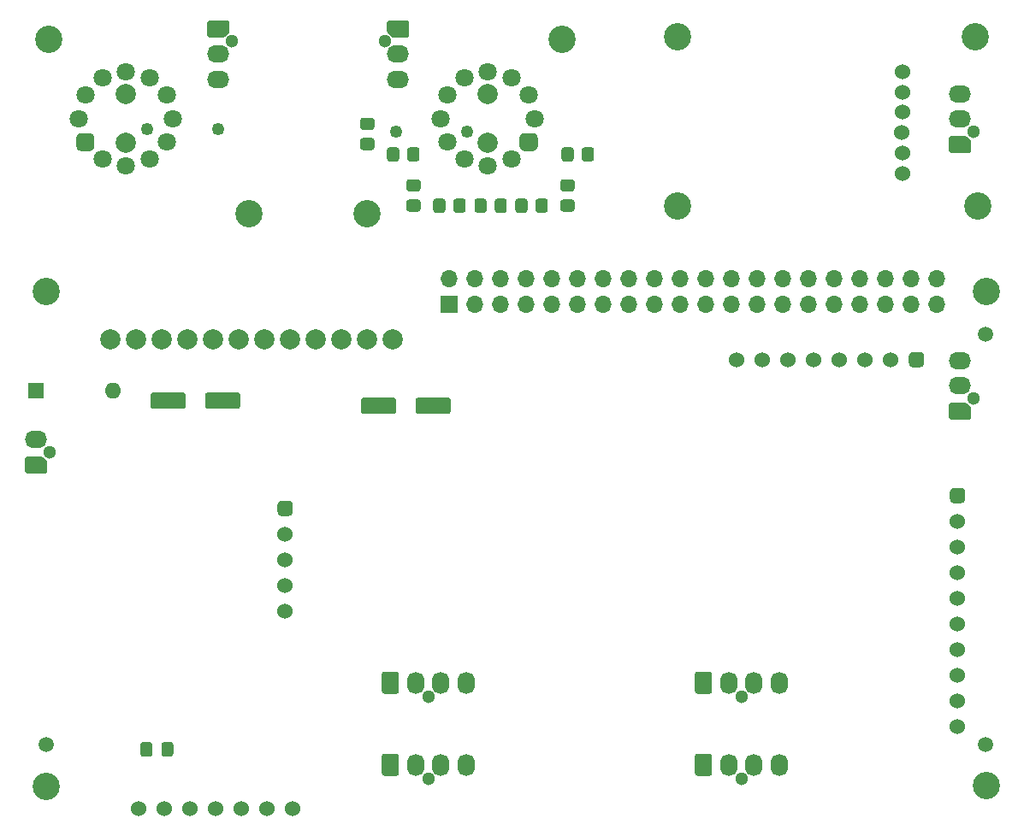
<source format=gts>
G04 #@! TF.GenerationSoftware,KiCad,Pcbnew,(5.1.10)-1*
G04 #@! TF.CreationDate,2021-06-28T12:48:49+02:00*
G04 #@! TF.ProjectId,PI_MARTLOgger,50495f4d-4152-4544-9c4f-676765722e6b,rev?*
G04 #@! TF.SameCoordinates,Original*
G04 #@! TF.FileFunction,Soldermask,Top*
G04 #@! TF.FilePolarity,Negative*
%FSLAX46Y46*%
G04 Gerber Fmt 4.6, Leading zero omitted, Abs format (unit mm)*
G04 Created by KiCad (PCBNEW (5.1.10)-1) date 2021-06-28 12:48:49*
%MOMM*%
%LPD*%
G01*
G04 APERTURE LIST*
%ADD10C,1.500000*%
%ADD11C,1.524000*%
%ADD12C,2.700000*%
%ADD13C,1.300000*%
%ADD14O,2.200000X1.700000*%
%ADD15C,0.150000*%
%ADD16C,2.000000*%
%ADD17O,1.700000X2.200000*%
%ADD18C,1.800000*%
%ADD19C,1.250000*%
%ADD20O,1.600000X1.600000*%
%ADD21R,1.600000X1.600000*%
%ADD22R,1.700000X1.700000*%
%ADD23O,1.700000X1.700000*%
G04 APERTURE END LIST*
D10*
X168500000Y-142380000D03*
X261468000Y-142380000D03*
X261468000Y-101740000D03*
D11*
X192126000Y-129172000D03*
X192126000Y-126632000D03*
G36*
G01*
X192507000Y-119774000D02*
X191745000Y-119774000D01*
G75*
G02*
X191364000Y-119393000I0J381000D01*
G01*
X191364000Y-118631000D01*
G75*
G02*
X191745000Y-118250000I381000J0D01*
G01*
X192507000Y-118250000D01*
G75*
G02*
X192888000Y-118631000I0J-381000D01*
G01*
X192888000Y-119393000D01*
G75*
G02*
X192507000Y-119774000I-381000J0D01*
G01*
G37*
X192126000Y-121552000D03*
X192126000Y-124092000D03*
X192888000Y-148730000D03*
X190348000Y-148730000D03*
X187808000Y-148730000D03*
X177648000Y-148730000D03*
X180188000Y-148730000D03*
X182728000Y-148730000D03*
X185268000Y-148730000D03*
D12*
X188570000Y-89802000D03*
X168758000Y-72530000D03*
X200254000Y-89802000D03*
X219558000Y-72530000D03*
X230988000Y-72276000D03*
X230988000Y-89040000D03*
X260706000Y-89040000D03*
X260452000Y-72276000D03*
D13*
X186862000Y-72764000D03*
D14*
X185522000Y-76514000D03*
X185522000Y-74014000D03*
D15*
G36*
X184623227Y-72359196D02*
G01*
X184576329Y-72344970D01*
X184533107Y-72321867D01*
X184495223Y-72290777D01*
X184464133Y-72252893D01*
X184441030Y-72209671D01*
X184426804Y-72162773D01*
X184422000Y-72114000D01*
X184422000Y-70914000D01*
X184426804Y-70865227D01*
X184441030Y-70818329D01*
X184464133Y-70775107D01*
X184495223Y-70737223D01*
X184533107Y-70706133D01*
X184576329Y-70683030D01*
X184623227Y-70668804D01*
X184672000Y-70664000D01*
X186372000Y-70664000D01*
X186420773Y-70668804D01*
X186467671Y-70683030D01*
X186510893Y-70706133D01*
X186548777Y-70737223D01*
X186579867Y-70775107D01*
X186602970Y-70818329D01*
X186617196Y-70865227D01*
X186622000Y-70914000D01*
X186622000Y-71714000D01*
X186617196Y-71762773D01*
X186602970Y-71809671D01*
X186579867Y-71852893D01*
X186548777Y-71890777D01*
X186148777Y-72290777D01*
X186110893Y-72321867D01*
X186067671Y-72344970D01*
X186020773Y-72359196D01*
X185972000Y-72364000D01*
X184672000Y-72364000D01*
X184623227Y-72359196D01*
G37*
D13*
X260268000Y-81694000D03*
D14*
X258928000Y-77944000D03*
X258928000Y-80444000D03*
D15*
G36*
X258029227Y-83789196D02*
G01*
X257982329Y-83774970D01*
X257939107Y-83751867D01*
X257901223Y-83720777D01*
X257870133Y-83682893D01*
X257847030Y-83639671D01*
X257832804Y-83592773D01*
X257828000Y-83544000D01*
X257828000Y-82344000D01*
X257832804Y-82295227D01*
X257847030Y-82248329D01*
X257870133Y-82205107D01*
X257901223Y-82167223D01*
X257939107Y-82136133D01*
X257982329Y-82113030D01*
X258029227Y-82098804D01*
X258078000Y-82094000D01*
X259378000Y-82094000D01*
X259426773Y-82098804D01*
X259473671Y-82113030D01*
X259516893Y-82136133D01*
X259554777Y-82167223D01*
X259954777Y-82567223D01*
X259985867Y-82605107D01*
X260008970Y-82648329D01*
X260023196Y-82695227D01*
X260028000Y-82744000D01*
X260028000Y-83544000D01*
X260023196Y-83592773D01*
X260008970Y-83639671D01*
X259985867Y-83682893D01*
X259954777Y-83720777D01*
X259916893Y-83751867D01*
X259873671Y-83774970D01*
X259826773Y-83789196D01*
X259778000Y-83794000D01*
X258078000Y-83794000D01*
X258029227Y-83789196D01*
G37*
D13*
X201962000Y-72764000D03*
D14*
X203302000Y-76514000D03*
X203302000Y-74014000D03*
D15*
G36*
X204200773Y-70668804D02*
G01*
X204247671Y-70683030D01*
X204290893Y-70706133D01*
X204328777Y-70737223D01*
X204359867Y-70775107D01*
X204382970Y-70818329D01*
X204397196Y-70865227D01*
X204402000Y-70914000D01*
X204402000Y-72114000D01*
X204397196Y-72162773D01*
X204382970Y-72209671D01*
X204359867Y-72252893D01*
X204328777Y-72290777D01*
X204290893Y-72321867D01*
X204247671Y-72344970D01*
X204200773Y-72359196D01*
X204152000Y-72364000D01*
X202852000Y-72364000D01*
X202803227Y-72359196D01*
X202756329Y-72344970D01*
X202713107Y-72321867D01*
X202675223Y-72290777D01*
X202275223Y-71890777D01*
X202244133Y-71852893D01*
X202221030Y-71809671D01*
X202206804Y-71762773D01*
X202202000Y-71714000D01*
X202202000Y-70914000D01*
X202206804Y-70865227D01*
X202221030Y-70818329D01*
X202244133Y-70775107D01*
X202275223Y-70737223D01*
X202313107Y-70706133D01*
X202356329Y-70683030D01*
X202403227Y-70668804D01*
X202452000Y-70664000D01*
X204152000Y-70664000D01*
X204200773Y-70668804D01*
G37*
D13*
X168828000Y-113444000D03*
D14*
X167488000Y-112194000D03*
D15*
G36*
X166589227Y-115539196D02*
G01*
X166542329Y-115524970D01*
X166499107Y-115501867D01*
X166461223Y-115470777D01*
X166430133Y-115432893D01*
X166407030Y-115389671D01*
X166392804Y-115342773D01*
X166388000Y-115294000D01*
X166388000Y-114094000D01*
X166392804Y-114045227D01*
X166407030Y-113998329D01*
X166430133Y-113955107D01*
X166461223Y-113917223D01*
X166499107Y-113886133D01*
X166542329Y-113863030D01*
X166589227Y-113848804D01*
X166638000Y-113844000D01*
X167938000Y-113844000D01*
X167986773Y-113848804D01*
X168033671Y-113863030D01*
X168076893Y-113886133D01*
X168114777Y-113917223D01*
X168514777Y-114317223D01*
X168545867Y-114355107D01*
X168568970Y-114398329D01*
X168583196Y-114445227D01*
X168588000Y-114494000D01*
X168588000Y-115294000D01*
X168583196Y-115342773D01*
X168568970Y-115389671D01*
X168545867Y-115432893D01*
X168514777Y-115470777D01*
X168476893Y-115501867D01*
X168433671Y-115524970D01*
X168386773Y-115539196D01*
X168338000Y-115544000D01*
X166638000Y-115544000D01*
X166589227Y-115539196D01*
G37*
D16*
X202794000Y-102248000D03*
X200254000Y-102248000D03*
X197714000Y-102248000D03*
X195174000Y-102248000D03*
X192634000Y-102248000D03*
X190094000Y-102248000D03*
X187554000Y-102248000D03*
X185014000Y-102248000D03*
X174854000Y-102248000D03*
X177394000Y-102248000D03*
X179934000Y-102248000D03*
X182474000Y-102248000D03*
D11*
X258674000Y-140602000D03*
X258674000Y-138062000D03*
X258674000Y-135522000D03*
X258674000Y-132982000D03*
X258674000Y-130442000D03*
G36*
G01*
X258293000Y-116980000D02*
X259055000Y-116980000D01*
G75*
G02*
X259436000Y-117361000I0J-381000D01*
G01*
X259436000Y-118123000D01*
G75*
G02*
X259055000Y-118504000I-381000J0D01*
G01*
X258293000Y-118504000D01*
G75*
G02*
X257912000Y-118123000I0J381000D01*
G01*
X257912000Y-117361000D01*
G75*
G02*
X258293000Y-116980000I381000J0D01*
G01*
G37*
X258674000Y-120282000D03*
X258674000Y-122822000D03*
X258674000Y-125362000D03*
X258674000Y-127902000D03*
D13*
X260268000Y-108110000D03*
D14*
X258928000Y-104360000D03*
X258928000Y-106860000D03*
D15*
G36*
X258029227Y-110205196D02*
G01*
X257982329Y-110190970D01*
X257939107Y-110167867D01*
X257901223Y-110136777D01*
X257870133Y-110098893D01*
X257847030Y-110055671D01*
X257832804Y-110008773D01*
X257828000Y-109960000D01*
X257828000Y-108760000D01*
X257832804Y-108711227D01*
X257847030Y-108664329D01*
X257870133Y-108621107D01*
X257901223Y-108583223D01*
X257939107Y-108552133D01*
X257982329Y-108529030D01*
X258029227Y-108514804D01*
X258078000Y-108510000D01*
X259378000Y-108510000D01*
X259426773Y-108514804D01*
X259473671Y-108529030D01*
X259516893Y-108552133D01*
X259554777Y-108583223D01*
X259954777Y-108983223D01*
X259985867Y-109021107D01*
X260008970Y-109064329D01*
X260023196Y-109111227D01*
X260028000Y-109160000D01*
X260028000Y-109960000D01*
X260023196Y-110008773D01*
X260008970Y-110055671D01*
X259985867Y-110098893D01*
X259954777Y-110136777D01*
X259916893Y-110167867D01*
X259873671Y-110190970D01*
X259826773Y-110205196D01*
X259778000Y-110210000D01*
X258078000Y-110210000D01*
X258029227Y-110205196D01*
G37*
D13*
X237278000Y-137624000D03*
D17*
X241028000Y-136284000D03*
X238528000Y-136284000D03*
X236028000Y-136284000D03*
G36*
G01*
X234128000Y-137384000D02*
X232928000Y-137384000D01*
G75*
G02*
X232678000Y-137134000I0J250000D01*
G01*
X232678000Y-135434000D01*
G75*
G02*
X232928000Y-135184000I250000J0D01*
G01*
X234128000Y-135184000D01*
G75*
G02*
X234378000Y-135434000I0J-250000D01*
G01*
X234378000Y-137134000D01*
G75*
G02*
X234128000Y-137384000I-250000J0D01*
G01*
G37*
D13*
X237278000Y-145752000D03*
D17*
X241028000Y-144412000D03*
X238528000Y-144412000D03*
X236028000Y-144412000D03*
G36*
G01*
X234128000Y-145512000D02*
X232928000Y-145512000D01*
G75*
G02*
X232678000Y-145262000I0J250000D01*
G01*
X232678000Y-143562000D01*
G75*
G02*
X232928000Y-143312000I250000J0D01*
G01*
X234128000Y-143312000D01*
G75*
G02*
X234378000Y-143562000I0J-250000D01*
G01*
X234378000Y-145262000D01*
G75*
G02*
X234128000Y-145512000I-250000J0D01*
G01*
G37*
D13*
X206290000Y-137624000D03*
D17*
X210040000Y-136284000D03*
X207540000Y-136284000D03*
X205040000Y-136284000D03*
G36*
G01*
X203140000Y-137384000D02*
X201940000Y-137384000D01*
G75*
G02*
X201690000Y-137134000I0J250000D01*
G01*
X201690000Y-135434000D01*
G75*
G02*
X201940000Y-135184000I250000J0D01*
G01*
X203140000Y-135184000D01*
G75*
G02*
X203390000Y-135434000I0J-250000D01*
G01*
X203390000Y-137134000D01*
G75*
G02*
X203140000Y-137384000I-250000J0D01*
G01*
G37*
D13*
X206290000Y-145752000D03*
D17*
X210040000Y-144412000D03*
X207540000Y-144412000D03*
X205040000Y-144412000D03*
G36*
G01*
X203140000Y-145512000D02*
X201940000Y-145512000D01*
G75*
G02*
X201690000Y-145262000I0J250000D01*
G01*
X201690000Y-143562000D01*
G75*
G02*
X201940000Y-143312000I250000J0D01*
G01*
X203140000Y-143312000D01*
G75*
G02*
X203390000Y-143562000I0J-250000D01*
G01*
X203390000Y-145262000D01*
G75*
G02*
X203140000Y-145512000I-250000J0D01*
G01*
G37*
G36*
G01*
X200704001Y-81528000D02*
X199803999Y-81528000D01*
G75*
G02*
X199554000Y-81278001I0J249999D01*
G01*
X199554000Y-80577999D01*
G75*
G02*
X199803999Y-80328000I249999J0D01*
G01*
X200704001Y-80328000D01*
G75*
G02*
X200954000Y-80577999I0J-249999D01*
G01*
X200954000Y-81278001D01*
G75*
G02*
X200704001Y-81528000I-249999J0D01*
G01*
G37*
G36*
G01*
X200704001Y-83528000D02*
X199803999Y-83528000D01*
G75*
G02*
X199554000Y-83278001I0J249999D01*
G01*
X199554000Y-82577999D01*
G75*
G02*
X199803999Y-82328000I249999J0D01*
G01*
X200704001Y-82328000D01*
G75*
G02*
X200954000Y-82577999I0J-249999D01*
G01*
X200954000Y-83278001D01*
G75*
G02*
X200704001Y-83528000I-249999J0D01*
G01*
G37*
G36*
G01*
X203410000Y-83509999D02*
X203410000Y-84410001D01*
G75*
G02*
X203160001Y-84660000I-249999J0D01*
G01*
X202459999Y-84660000D01*
G75*
G02*
X202210000Y-84410001I0J249999D01*
G01*
X202210000Y-83509999D01*
G75*
G02*
X202459999Y-83260000I249999J0D01*
G01*
X203160001Y-83260000D01*
G75*
G02*
X203410000Y-83509999I0J-249999D01*
G01*
G37*
G36*
G01*
X205410000Y-83509999D02*
X205410000Y-84410001D01*
G75*
G02*
X205160001Y-84660000I-249999J0D01*
G01*
X204459999Y-84660000D01*
G75*
G02*
X204210000Y-84410001I0J249999D01*
G01*
X204210000Y-83509999D01*
G75*
G02*
X204459999Y-83260000I249999J0D01*
G01*
X205160001Y-83260000D01*
G75*
G02*
X205410000Y-83509999I0J-249999D01*
G01*
G37*
G36*
G01*
X205276001Y-87624000D02*
X204375999Y-87624000D01*
G75*
G02*
X204126000Y-87374001I0J249999D01*
G01*
X204126000Y-86673999D01*
G75*
G02*
X204375999Y-86424000I249999J0D01*
G01*
X205276001Y-86424000D01*
G75*
G02*
X205526000Y-86673999I0J-249999D01*
G01*
X205526000Y-87374001D01*
G75*
G02*
X205276001Y-87624000I-249999J0D01*
G01*
G37*
G36*
G01*
X205276001Y-89624000D02*
X204375999Y-89624000D01*
G75*
G02*
X204126000Y-89374001I0J249999D01*
G01*
X204126000Y-88673999D01*
G75*
G02*
X204375999Y-88424000I249999J0D01*
G01*
X205276001Y-88424000D01*
G75*
G02*
X205526000Y-88673999I0J-249999D01*
G01*
X205526000Y-89374001D01*
G75*
G02*
X205276001Y-89624000I-249999J0D01*
G01*
G37*
G36*
G01*
X207982000Y-88589999D02*
X207982000Y-89490001D01*
G75*
G02*
X207732001Y-89740000I-249999J0D01*
G01*
X207031999Y-89740000D01*
G75*
G02*
X206782000Y-89490001I0J249999D01*
G01*
X206782000Y-88589999D01*
G75*
G02*
X207031999Y-88340000I249999J0D01*
G01*
X207732001Y-88340000D01*
G75*
G02*
X207982000Y-88589999I0J-249999D01*
G01*
G37*
G36*
G01*
X209982000Y-88589999D02*
X209982000Y-89490001D01*
G75*
G02*
X209732001Y-89740000I-249999J0D01*
G01*
X209031999Y-89740000D01*
G75*
G02*
X208782000Y-89490001I0J249999D01*
G01*
X208782000Y-88589999D01*
G75*
G02*
X209031999Y-88340000I249999J0D01*
G01*
X209732001Y-88340000D01*
G75*
G02*
X209982000Y-88589999I0J-249999D01*
G01*
G37*
G36*
G01*
X212062000Y-88589999D02*
X212062000Y-89490001D01*
G75*
G02*
X211812001Y-89740000I-249999J0D01*
G01*
X211111999Y-89740000D01*
G75*
G02*
X210862000Y-89490001I0J249999D01*
G01*
X210862000Y-88589999D01*
G75*
G02*
X211111999Y-88340000I249999J0D01*
G01*
X211812001Y-88340000D01*
G75*
G02*
X212062000Y-88589999I0J-249999D01*
G01*
G37*
G36*
G01*
X214062000Y-88589999D02*
X214062000Y-89490001D01*
G75*
G02*
X213812001Y-89740000I-249999J0D01*
G01*
X213111999Y-89740000D01*
G75*
G02*
X212862000Y-89490001I0J249999D01*
G01*
X212862000Y-88589999D01*
G75*
G02*
X213111999Y-88340000I249999J0D01*
G01*
X213812001Y-88340000D01*
G75*
G02*
X214062000Y-88589999I0J-249999D01*
G01*
G37*
G36*
G01*
X216110000Y-88589999D02*
X216110000Y-89490001D01*
G75*
G02*
X215860001Y-89740000I-249999J0D01*
G01*
X215159999Y-89740000D01*
G75*
G02*
X214910000Y-89490001I0J249999D01*
G01*
X214910000Y-88589999D01*
G75*
G02*
X215159999Y-88340000I249999J0D01*
G01*
X215860001Y-88340000D01*
G75*
G02*
X216110000Y-88589999I0J-249999D01*
G01*
G37*
G36*
G01*
X218110000Y-88589999D02*
X218110000Y-89490001D01*
G75*
G02*
X217860001Y-89740000I-249999J0D01*
G01*
X217159999Y-89740000D01*
G75*
G02*
X216910000Y-89490001I0J249999D01*
G01*
X216910000Y-88589999D01*
G75*
G02*
X217159999Y-88340000I249999J0D01*
G01*
X217860001Y-88340000D01*
G75*
G02*
X218110000Y-88589999I0J-249999D01*
G01*
G37*
G36*
G01*
X219615999Y-88424000D02*
X220516001Y-88424000D01*
G75*
G02*
X220766000Y-88673999I0J-249999D01*
G01*
X220766000Y-89374001D01*
G75*
G02*
X220516001Y-89624000I-249999J0D01*
G01*
X219615999Y-89624000D01*
G75*
G02*
X219366000Y-89374001I0J249999D01*
G01*
X219366000Y-88673999D01*
G75*
G02*
X219615999Y-88424000I249999J0D01*
G01*
G37*
G36*
G01*
X219615999Y-86424000D02*
X220516001Y-86424000D01*
G75*
G02*
X220766000Y-86673999I0J-249999D01*
G01*
X220766000Y-87374001D01*
G75*
G02*
X220516001Y-87624000I-249999J0D01*
G01*
X219615999Y-87624000D01*
G75*
G02*
X219366000Y-87374001I0J249999D01*
G01*
X219366000Y-86673999D01*
G75*
G02*
X219615999Y-86424000I249999J0D01*
G01*
G37*
G36*
G01*
X220682000Y-83509999D02*
X220682000Y-84410001D01*
G75*
G02*
X220432001Y-84660000I-249999J0D01*
G01*
X219731999Y-84660000D01*
G75*
G02*
X219482000Y-84410001I0J249999D01*
G01*
X219482000Y-83509999D01*
G75*
G02*
X219731999Y-83260000I249999J0D01*
G01*
X220432001Y-83260000D01*
G75*
G02*
X220682000Y-83509999I0J-249999D01*
G01*
G37*
G36*
G01*
X222682000Y-83509999D02*
X222682000Y-84410001D01*
G75*
G02*
X222432001Y-84660000I-249999J0D01*
G01*
X221731999Y-84660000D01*
G75*
G02*
X221482000Y-84410001I0J249999D01*
G01*
X221482000Y-83509999D01*
G75*
G02*
X221731999Y-83260000I249999J0D01*
G01*
X222432001Y-83260000D01*
G75*
G02*
X222682000Y-83509999I0J-249999D01*
G01*
G37*
G36*
G01*
X179876000Y-143363000D02*
X179876000Y-142413000D01*
G75*
G02*
X180126000Y-142163000I250000J0D01*
G01*
X180801000Y-142163000D01*
G75*
G02*
X181051000Y-142413000I0J-250000D01*
G01*
X181051000Y-143363000D01*
G75*
G02*
X180801000Y-143613000I-250000J0D01*
G01*
X180126000Y-143613000D01*
G75*
G02*
X179876000Y-143363000I0J250000D01*
G01*
G37*
G36*
G01*
X177801000Y-143363000D02*
X177801000Y-142413000D01*
G75*
G02*
X178051000Y-142163000I250000J0D01*
G01*
X178726000Y-142163000D01*
G75*
G02*
X178976000Y-142413000I0J-250000D01*
G01*
X178976000Y-143363000D01*
G75*
G02*
X178726000Y-143613000I-250000J0D01*
G01*
X178051000Y-143613000D01*
G75*
G02*
X177801000Y-143363000I0J250000D01*
G01*
G37*
D11*
X253263001Y-75761999D03*
X253263001Y-77771999D03*
X253263001Y-79781999D03*
X253263001Y-85811999D03*
X253263001Y-83801999D03*
X253179001Y-81791999D03*
X236830000Y-104280000D03*
X239370000Y-104280000D03*
X241910000Y-104280000D03*
X244450000Y-104280000D03*
X246990000Y-104280000D03*
G36*
G01*
X255372000Y-103899000D02*
X255372000Y-104661000D01*
G75*
G02*
X254991000Y-105042000I-381000J0D01*
G01*
X254229000Y-105042000D01*
G75*
G02*
X253848000Y-104661000I0J381000D01*
G01*
X253848000Y-103899000D01*
G75*
G02*
X254229000Y-103518000I381000J0D01*
G01*
X254991000Y-103518000D01*
G75*
G02*
X255372000Y-103899000I0J-381000D01*
G01*
G37*
X252070000Y-104280000D03*
X249530000Y-104280000D03*
D16*
X212192000Y-77989000D03*
X212192000Y-82819000D03*
D18*
X216842000Y-80404000D03*
G36*
G01*
X215319000Y-83179000D02*
X215319000Y-82279000D01*
G75*
G02*
X215769000Y-81829000I450000J0D01*
G01*
X216669000Y-81829000D01*
G75*
G02*
X217119000Y-82279000I0J-450000D01*
G01*
X217119000Y-83179000D01*
G75*
G02*
X216669000Y-83629000I-450000J0D01*
G01*
X215769000Y-83629000D01*
G75*
G02*
X215319000Y-83179000I0J450000D01*
G01*
G37*
X214517000Y-84431000D03*
X212192000Y-85054000D03*
X209867000Y-84431000D03*
X208165000Y-82729000D03*
X207542000Y-80404000D03*
X208165000Y-78079000D03*
X209867000Y-76377000D03*
X212192000Y-75754000D03*
X216219000Y-78079000D03*
X214517000Y-76377000D03*
D16*
X176378000Y-77989000D03*
X176378000Y-82819000D03*
D18*
X171728000Y-80404000D03*
G36*
G01*
X173251000Y-82279000D02*
X173251000Y-83179000D01*
G75*
G02*
X172801000Y-83629000I-450000J0D01*
G01*
X171901000Y-83629000D01*
G75*
G02*
X171451000Y-83179000I0J450000D01*
G01*
X171451000Y-82279000D01*
G75*
G02*
X171901000Y-81829000I450000J0D01*
G01*
X172801000Y-81829000D01*
G75*
G02*
X173251000Y-82279000I0J-450000D01*
G01*
G37*
X174053000Y-84431000D03*
X176378000Y-85054000D03*
X178703000Y-84431000D03*
X180405000Y-82729000D03*
X181028000Y-80404000D03*
X180405000Y-78079000D03*
X178703000Y-76377000D03*
X176378000Y-75754000D03*
X172351000Y-78079000D03*
X174053000Y-76377000D03*
D19*
X203104000Y-81674000D03*
X210104000Y-81674000D03*
X185466000Y-81420000D03*
X178466000Y-81420000D03*
D20*
X175108000Y-107328000D03*
D21*
X167488000Y-107328000D03*
G36*
G01*
X184186000Y-108894000D02*
X184186000Y-107794000D01*
G75*
G02*
X184436000Y-107544000I250000J0D01*
G01*
X187436000Y-107544000D01*
G75*
G02*
X187686000Y-107794000I0J-250000D01*
G01*
X187686000Y-108894000D01*
G75*
G02*
X187436000Y-109144000I-250000J0D01*
G01*
X184436000Y-109144000D01*
G75*
G02*
X184186000Y-108894000I0J250000D01*
G01*
G37*
G36*
G01*
X178786000Y-108894000D02*
X178786000Y-107794000D01*
G75*
G02*
X179036000Y-107544000I250000J0D01*
G01*
X182036000Y-107544000D01*
G75*
G02*
X182286000Y-107794000I0J-250000D01*
G01*
X182286000Y-108894000D01*
G75*
G02*
X182036000Y-109144000I-250000J0D01*
G01*
X179036000Y-109144000D01*
G75*
G02*
X178786000Y-108894000I0J250000D01*
G01*
G37*
G36*
G01*
X205014000Y-109402000D02*
X205014000Y-108302000D01*
G75*
G02*
X205264000Y-108052000I250000J0D01*
G01*
X208264000Y-108052000D01*
G75*
G02*
X208514000Y-108302000I0J-250000D01*
G01*
X208514000Y-109402000D01*
G75*
G02*
X208264000Y-109652000I-250000J0D01*
G01*
X205264000Y-109652000D01*
G75*
G02*
X205014000Y-109402000I0J250000D01*
G01*
G37*
G36*
G01*
X199614000Y-109402000D02*
X199614000Y-108302000D01*
G75*
G02*
X199864000Y-108052000I250000J0D01*
G01*
X202864000Y-108052000D01*
G75*
G02*
X203114000Y-108302000I0J-250000D01*
G01*
X203114000Y-109402000D01*
G75*
G02*
X202864000Y-109652000I-250000J0D01*
G01*
X199864000Y-109652000D01*
G75*
G02*
X199614000Y-109402000I0J250000D01*
G01*
G37*
D22*
X208370000Y-98770000D03*
D23*
X208370000Y-96230000D03*
X210910000Y-98770000D03*
X210910000Y-96230000D03*
X213450000Y-98770000D03*
X213450000Y-96230000D03*
X215990000Y-98770000D03*
X215990000Y-96230000D03*
X218530000Y-98770000D03*
X218530000Y-96230000D03*
X221070000Y-98770000D03*
X221070000Y-96230000D03*
X223610000Y-98770000D03*
X223610000Y-96230000D03*
X226150000Y-98770000D03*
X226150000Y-96230000D03*
X228690000Y-98770000D03*
X228690000Y-96230000D03*
X231230000Y-98770000D03*
X231230000Y-96230000D03*
X233770000Y-98770000D03*
X233770000Y-96230000D03*
X236310000Y-98770000D03*
X236310000Y-96230000D03*
X238850000Y-98770000D03*
X238850000Y-96230000D03*
X241390000Y-98770000D03*
X241390000Y-96230000D03*
X243930000Y-98770000D03*
X243930000Y-96230000D03*
X246470000Y-98770000D03*
X246470000Y-96230000D03*
X249010000Y-98770000D03*
X249010000Y-96230000D03*
X251550000Y-98770000D03*
X251550000Y-96230000D03*
X254090000Y-98770000D03*
X254090000Y-96230000D03*
X256630000Y-98770000D03*
X256630000Y-96230000D03*
D12*
X261500000Y-146500000D03*
X168500000Y-146548000D03*
X261500000Y-97500000D03*
X168448000Y-97500000D03*
M02*

</source>
